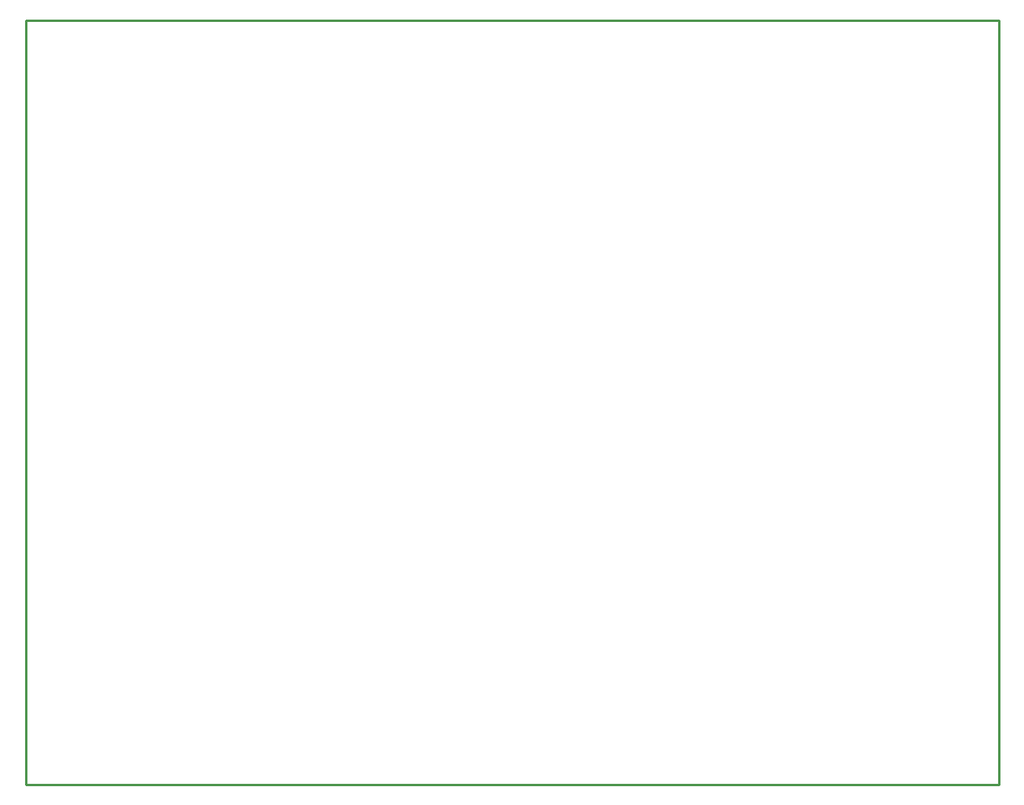
<source format=gbr>
G04 EAGLE Gerber RS-274X export*
G75*
%MOMM*%
%FSLAX34Y34*%
%LPD*%
%IN*%
%IPPOS*%
%AMOC8*
5,1,8,0,0,1.08239X$1,22.5*%
G01*
%ADD10C,0.254000*%


D10*
X-38100Y-25400D02*
X1012700Y-25400D01*
X1012700Y800000D01*
X-38100Y800000D01*
X-38100Y-25400D01*
M02*

</source>
